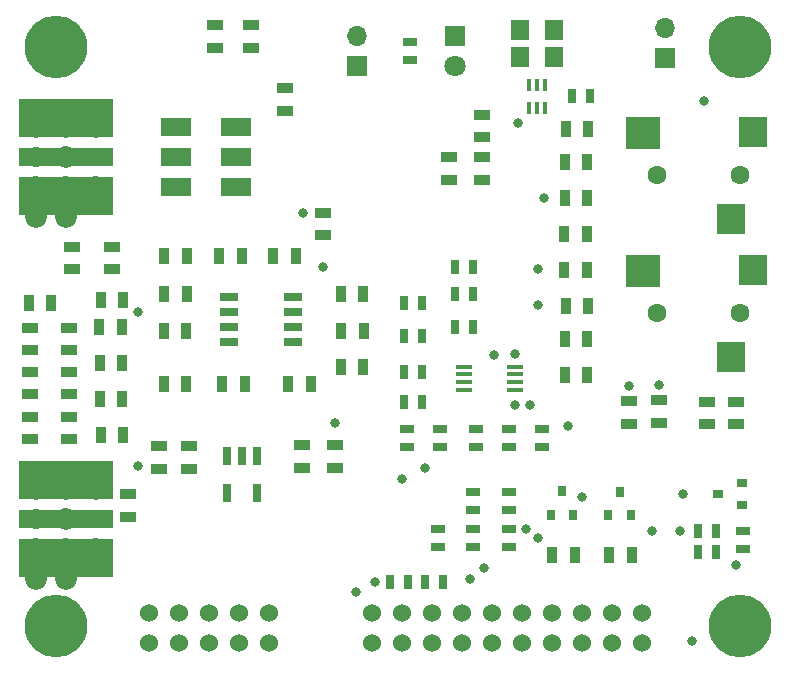
<source format=gts>
G04 #@! TF.GenerationSoftware,KiCad,Pcbnew,7.0.8*
G04 #@! TF.CreationDate,2024-10-23T16:16:12+09:00*
G04 #@! TF.ProjectId,hat.pa30,6861742e-7061-4333-902e-6b696361645f,rev?*
G04 #@! TF.SameCoordinates,Original*
G04 #@! TF.FileFunction,Soldermask,Top*
G04 #@! TF.FilePolarity,Negative*
%FSLAX46Y46*%
G04 Gerber Fmt 4.6, Leading zero omitted, Abs format (unit mm)*
G04 Created by KiCad (PCBNEW 7.0.8) date 2024-10-23 16:16:12*
%MOMM*%
%LPD*%
G01*
G04 APERTURE LIST*
%ADD10R,0.760000X1.650000*%
%ADD11R,2.540000X1.650000*%
%ADD12R,1.143000X0.635000*%
%ADD13R,0.889000X1.397000*%
%ADD14R,0.635000X1.143000*%
%ADD15C,5.300000*%
%ADD16R,1.600000X1.800000*%
%ADD17C,1.600000*%
%ADD18R,2.400000X2.550000*%
%ADD19R,2.900000X2.750000*%
%ADD20R,1.397000X0.889000*%
%ADD21R,0.400000X1.000000*%
%ADD22R,0.800000X0.900000*%
%ADD23C,1.800000*%
%ADD24R,8.000000X1.600000*%
%ADD25C,1.850000*%
%ADD26R,8.000000X3.300000*%
%ADD27R,1.800000X1.800000*%
%ADD28C,1.524000*%
%ADD29R,0.900000X0.800000*%
%ADD30R,1.350000X0.400000*%
%ADD31R,1.528000X0.650000*%
%ADD32R,1.700000X1.700000*%
%ADD33O,1.700000X1.700000*%
%ADD34C,0.800000*%
G04 APERTURE END LIST*
D10*
X134366000Y-116210000D03*
X136906000Y-116210000D03*
X136906000Y-113030000D03*
X135636000Y-113030000D03*
X134366000Y-113030000D03*
D11*
X135128000Y-90297000D03*
X135128000Y-87757000D03*
X135128000Y-85217000D03*
X130048000Y-85217000D03*
X130048000Y-87757000D03*
X130048000Y-90297000D03*
D12*
X161036000Y-110744000D03*
X161036000Y-112268000D03*
D13*
X133985000Y-106934000D03*
X135890000Y-106934000D03*
D14*
X153670000Y-99314000D03*
X155194000Y-99314000D03*
D15*
X177800000Y-127400000D03*
D16*
X162052000Y-79248000D03*
X159252000Y-79248000D03*
D17*
X177843000Y-100957000D03*
X170843000Y-100957000D03*
D18*
X178943000Y-97282000D03*
D19*
X169643000Y-97382000D03*
D18*
X177043000Y-104632000D03*
D20*
X140716000Y-114046000D03*
X140716000Y-112141000D03*
D14*
X150876000Y-100076000D03*
X149352000Y-100076000D03*
D13*
X125603000Y-111252000D03*
X123698000Y-111252000D03*
D20*
X177482500Y-110363000D03*
X177482500Y-108458000D03*
X121285000Y-97218500D03*
X121285000Y-95313500D03*
X131191000Y-114109500D03*
X131191000Y-112204500D03*
D21*
X159990000Y-83566000D03*
X160640000Y-83566000D03*
X161290000Y-83566000D03*
X161290000Y-81616000D03*
X160640000Y-81616000D03*
X159990000Y-81616000D03*
D14*
X174244000Y-121158000D03*
X175768000Y-121158000D03*
D13*
X168656000Y-121412000D03*
X166751000Y-121412000D03*
X163068000Y-100330000D03*
X164973000Y-100330000D03*
X163004500Y-91186000D03*
X164909500Y-91186000D03*
D22*
X166690000Y-118078000D03*
X168590000Y-118078000D03*
X167640000Y-116078000D03*
D23*
X118237000Y-118364000D03*
D24*
X120777000Y-118364000D03*
D25*
X120777000Y-118364000D03*
X118237000Y-123444000D03*
X120777000Y-123444000D03*
D26*
X120777000Y-121664000D03*
D25*
X118237000Y-120904000D03*
X120777000Y-120904000D03*
X123317000Y-120904000D03*
X118237000Y-115824000D03*
X120777000Y-115824000D03*
X123317000Y-115824000D03*
D26*
X120777000Y-115064000D03*
X120777000Y-84457000D03*
D25*
X123317000Y-85217000D03*
X120777000Y-85217000D03*
X118237000Y-85217000D03*
X123317000Y-90297000D03*
X120777000Y-90297000D03*
X118237000Y-90297000D03*
D26*
X120777000Y-91057000D03*
D25*
X120777000Y-92837000D03*
X118237000Y-92837000D03*
X120777000Y-87757000D03*
D24*
X120777000Y-87757000D03*
D23*
X118237000Y-87757000D03*
D13*
X130937000Y-106934000D03*
X129032000Y-106934000D03*
D27*
X153670000Y-77470000D03*
D23*
X153670000Y-80010000D03*
D13*
X125539500Y-105156000D03*
X123634500Y-105156000D03*
D14*
X153670000Y-102108000D03*
X155194000Y-102108000D03*
D20*
X121031000Y-107823000D03*
X121031000Y-105918000D03*
D28*
X137922000Y-126365000D03*
X137922000Y-128905000D03*
X135382000Y-126365000D03*
X135382000Y-128905000D03*
X132842000Y-126365000D03*
X132842000Y-128905000D03*
X130302000Y-126365000D03*
X130302000Y-128905000D03*
X127762000Y-126365000D03*
X127762000Y-128905000D03*
D15*
X177800000Y-78400000D03*
D20*
X125984000Y-118173500D03*
X125984000Y-116268500D03*
X175006000Y-110363000D03*
X175006000Y-108458000D03*
D29*
X178000000Y-117200000D03*
X178000000Y-115300000D03*
X176000000Y-116250000D03*
D30*
X154450000Y-105492000D03*
X154450000Y-106142000D03*
X154450000Y-106792000D03*
X154450000Y-107442000D03*
X158750000Y-107442000D03*
X158750000Y-106792000D03*
X158750000Y-106142000D03*
X158750000Y-105492000D03*
D20*
X143510000Y-112141000D03*
X143510000Y-114046000D03*
D14*
X163576000Y-82550000D03*
X165100000Y-82550000D03*
D13*
X123698000Y-99822000D03*
X125603000Y-99822000D03*
D14*
X152654000Y-123700000D03*
X151130000Y-123700000D03*
X148192000Y-123700000D03*
X149716000Y-123700000D03*
D20*
X117729000Y-109728000D03*
X117729000Y-111633000D03*
X133350000Y-78486000D03*
X133350000Y-76581000D03*
D12*
X149860000Y-79502000D03*
X149860000Y-77978000D03*
D13*
X145986500Y-102489000D03*
X144081500Y-102489000D03*
D20*
X136398000Y-78486000D03*
X136398000Y-76581000D03*
X153162000Y-87757000D03*
X153162000Y-89662000D03*
X155956000Y-87757000D03*
X155956000Y-89662000D03*
D13*
X163004500Y-88138000D03*
X164909500Y-88138000D03*
X135636000Y-96139000D03*
X133731000Y-96139000D03*
D20*
X121031000Y-104076500D03*
X121031000Y-102171500D03*
D12*
X178054000Y-119380000D03*
X178054000Y-120904000D03*
D13*
X138303000Y-96139000D03*
X140208000Y-96139000D03*
D20*
X128651000Y-112204500D03*
X128651000Y-114109500D03*
X121031000Y-111633000D03*
X121031000Y-109728000D03*
D14*
X155194000Y-97028000D03*
X153670000Y-97028000D03*
D13*
X129095500Y-96139000D03*
X131000500Y-96139000D03*
D16*
X162052000Y-76962000D03*
X159252000Y-76962000D03*
D31*
X134532000Y-99568000D03*
X134532000Y-100838000D03*
X134532000Y-102108000D03*
X134532000Y-103378000D03*
X139954000Y-103378000D03*
X139954000Y-102108000D03*
X139954000Y-100838000D03*
X139954000Y-99568000D03*
D13*
X164846000Y-94234000D03*
X162941000Y-94234000D03*
D12*
X158242000Y-112268000D03*
X158242000Y-110744000D03*
D32*
X145415000Y-80010000D03*
D33*
X145415000Y-77470000D03*
D12*
X152258000Y-119240000D03*
X152258000Y-120764000D03*
D17*
X177838000Y-89289000D03*
X170838000Y-89289000D03*
D18*
X178938000Y-85614000D03*
D19*
X169638000Y-85714000D03*
D18*
X177038000Y-92964000D03*
D14*
X149352000Y-102870000D03*
X150876000Y-102870000D03*
D13*
X117602000Y-100076000D03*
X119507000Y-100076000D03*
X162941000Y-97282000D03*
X164846000Y-97282000D03*
D20*
X124650500Y-97218500D03*
X124650500Y-95313500D03*
D14*
X175768000Y-119380000D03*
X174244000Y-119380000D03*
D20*
X117729000Y-102171500D03*
X117729000Y-104076500D03*
D32*
X171450000Y-79375000D03*
D33*
X171450000Y-76835000D03*
D14*
X150876000Y-105918000D03*
X149352000Y-105918000D03*
D13*
X130937000Y-102489000D03*
X129032000Y-102489000D03*
X145923000Y-99314000D03*
X144018000Y-99314000D03*
D15*
X119888000Y-78400000D03*
X119888000Y-127410000D03*
D12*
X155448000Y-110744000D03*
X155448000Y-112268000D03*
D20*
X142494000Y-94361000D03*
X142494000Y-92456000D03*
X170942000Y-108331000D03*
X170942000Y-110236000D03*
D13*
X125476000Y-102108000D03*
X123571000Y-102108000D03*
X163830000Y-121412000D03*
X161925000Y-121412000D03*
D12*
X158242000Y-117602000D03*
X158242000Y-116078000D03*
D13*
X139573000Y-106934000D03*
X141478000Y-106934000D03*
X163068000Y-85344000D03*
X164973000Y-85344000D03*
D20*
X117729000Y-105918000D03*
X117729000Y-107823000D03*
D13*
X125539500Y-108204000D03*
X123634500Y-108204000D03*
D22*
X161800000Y-118000000D03*
X163700000Y-118000000D03*
X162750000Y-116000000D03*
D12*
X155194000Y-119240000D03*
X155194000Y-120764000D03*
D13*
X145923000Y-105537000D03*
X144018000Y-105537000D03*
D12*
X158242000Y-119240000D03*
X158242000Y-120764000D03*
D20*
X168402000Y-108394500D03*
X168402000Y-110299500D03*
D13*
X163004500Y-103124000D03*
X164909500Y-103124000D03*
D14*
X149352000Y-108458000D03*
X150876000Y-108458000D03*
D12*
X149606000Y-112268000D03*
X149606000Y-110744000D03*
D13*
X163004500Y-106172000D03*
X164909500Y-106172000D03*
D12*
X152400000Y-110744000D03*
X152400000Y-112268000D03*
D20*
X139319000Y-83820000D03*
X139319000Y-81915000D03*
D12*
X155194000Y-117602000D03*
X155194000Y-116078000D03*
D13*
X129095500Y-99314000D03*
X131000500Y-99314000D03*
D20*
X155956000Y-84137500D03*
X155956000Y-86042500D03*
D28*
X169545000Y-128905000D03*
X169545000Y-126365000D03*
X167005000Y-128905000D03*
X167005000Y-126365000D03*
X164465000Y-128905000D03*
X164465000Y-126365000D03*
X161925000Y-128905000D03*
X161925000Y-126365000D03*
X159385000Y-128905000D03*
X159385000Y-126365000D03*
X156845000Y-128905000D03*
X156845000Y-126365000D03*
X154305000Y-128905000D03*
X154305000Y-126365000D03*
X151765000Y-128905000D03*
X151765000Y-126365000D03*
X149225000Y-128905000D03*
X149225000Y-126365000D03*
X146685000Y-128905000D03*
X146685000Y-126365000D03*
D34*
X126873000Y-113919000D03*
X126873000Y-100838000D03*
X173750000Y-128750000D03*
X140843000Y-92500000D03*
X164500000Y-116500000D03*
X149250000Y-115000000D03*
X174750000Y-83000000D03*
X177500000Y-122250000D03*
X173000000Y-116250000D03*
X157000000Y-104500000D03*
X160020000Y-108712000D03*
X146900000Y-123700000D03*
X158750000Y-108712000D03*
X145300000Y-124600000D03*
X155000000Y-123500000D03*
X168402000Y-107098000D03*
X156200000Y-122500000D03*
X170942000Y-107058000D03*
X160750000Y-120000000D03*
X160750000Y-97250000D03*
X161250000Y-91186000D03*
X160750000Y-100250000D03*
X159750000Y-119250000D03*
X142494000Y-97028000D03*
X143510000Y-110236000D03*
X172720000Y-119380000D03*
X170380000Y-119380000D03*
X163250000Y-110500000D03*
X158750000Y-104394000D03*
X159004000Y-84836000D03*
X151130000Y-114046000D03*
M02*

</source>
